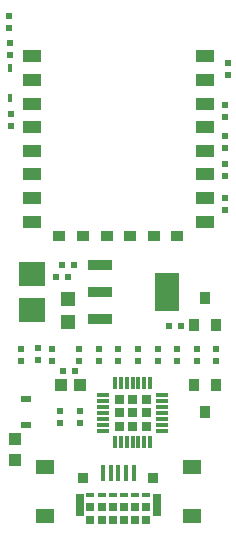
<source format=gtp>
G04 Layer_Color=8421504*
%FSAX25Y25*%
%MOIN*%
G70*
G01*
G75*
%ADD10R,0.02000X0.02000*%
%ADD11R,0.01181X0.03937*%
%ADD12R,0.03937X0.01181*%
%ADD13R,0.03937X0.01181*%
%ADD14R,0.01181X0.03937*%
%ADD16R,0.02000X0.02000*%
%ADD17R,0.03740X0.03937*%
%ADD18R,0.01500X0.05400*%
%ADD19R,0.06299X0.03937*%
%ADD20R,0.03937X0.03543*%
%ADD21R,0.05906X0.04500*%
%ADD22R,0.03937X0.03937*%
%ADD23R,0.08661X0.07874*%
%ADD24R,0.05000X0.05000*%
%ADD25R,0.03268X0.02480*%
%ADD26R,0.01772X0.02756*%
%ADD27R,0.08268X0.03543*%
%ADD28R,0.08268X0.12598*%
%ADD59R,0.02900X0.07500*%
%ADD60R,0.02500X0.02900*%
%ADD61R,0.02500X0.01600*%
%ADD62R,0.03700X0.03500*%
G36*
X0318696Y0239433D02*
X0315696D01*
Y0242433D01*
X0318696D01*
Y0239433D01*
D02*
G37*
G36*
X0309696Y0243933D02*
X0306696D01*
Y0246933D01*
X0309696D01*
Y0243933D01*
D02*
G37*
G36*
Y0239433D02*
X0306696D01*
Y0242433D01*
X0309696D01*
Y0239433D01*
D02*
G37*
G36*
X0314196D02*
X0311196D01*
Y0242433D01*
X0314196D01*
Y0239433D01*
D02*
G37*
G36*
Y0243933D02*
X0311196D01*
Y0246933D01*
X0314196D01*
Y0243933D01*
D02*
G37*
G36*
Y0248433D02*
X0311196D01*
Y0251433D01*
X0314196D01*
Y0248433D01*
D02*
G37*
G36*
X0318696D02*
X0315696D01*
Y0251433D01*
X0318696D01*
Y0248433D01*
D02*
G37*
G36*
Y0243933D02*
X0315696D01*
Y0246933D01*
X0318696D01*
Y0243933D01*
D02*
G37*
G36*
X0309696Y0248433D02*
X0306696D01*
Y0251433D01*
X0309696D01*
Y0248433D01*
D02*
G37*
D10*
X0289296Y0294788D02*
D03*
X0293296D02*
D03*
X0328720Y0274426D02*
D03*
X0324721D02*
D03*
X0289672Y0259339D02*
D03*
X0293672D02*
D03*
X0287272Y0290739D02*
D03*
X0291272D02*
D03*
D11*
X0316633Y0255274D02*
D03*
Y0235589D02*
D03*
X0314665D02*
D03*
X0312696D02*
D03*
X0310728D02*
D03*
X0308759D02*
D03*
X0306791D02*
D03*
Y0255274D02*
D03*
X0308759D02*
D03*
X0310728D02*
D03*
X0312696D02*
D03*
X0314665D02*
D03*
X0318602D02*
D03*
D12*
X0302854Y0243463D02*
D03*
X0322539Y0251337D02*
D03*
Y0249369D02*
D03*
Y0247400D02*
D03*
Y0245432D02*
D03*
Y0243463D02*
D03*
Y0241495D02*
D03*
X0302854Y0239526D02*
D03*
Y0241495D02*
D03*
Y0245432D02*
D03*
Y0247400D02*
D03*
Y0249369D02*
D03*
Y0251337D02*
D03*
D13*
X0322538Y0239528D02*
D03*
D14*
X0318601Y0235591D02*
D03*
D16*
X0281196Y0266933D02*
D03*
Y0262933D02*
D03*
X0271396Y0373833D02*
D03*
Y0377833D02*
D03*
X0294959Y0266857D02*
D03*
Y0262857D02*
D03*
X0327552Y0266857D02*
D03*
Y0262857D02*
D03*
X0340589D02*
D03*
Y0266857D02*
D03*
X0321033Y0262857D02*
D03*
Y0266857D02*
D03*
X0272296Y0340933D02*
D03*
Y0344933D02*
D03*
X0314515Y0262895D02*
D03*
Y0266895D02*
D03*
X0271796Y0364633D02*
D03*
Y0368633D02*
D03*
X0334071Y0262857D02*
D03*
Y0266857D02*
D03*
X0343596Y0312933D02*
D03*
Y0316933D02*
D03*
Y0324283D02*
D03*
Y0328283D02*
D03*
Y0337633D02*
D03*
Y0333633D02*
D03*
X0285696Y0266833D02*
D03*
Y0262833D02*
D03*
X0275403Y0266857D02*
D03*
Y0262857D02*
D03*
X0301477D02*
D03*
Y0266857D02*
D03*
X0288616Y0245933D02*
D03*
Y0241933D02*
D03*
X0295076Y0245933D02*
D03*
Y0241933D02*
D03*
X0307996Y0262895D02*
D03*
Y0266895D02*
D03*
X0344489Y0358008D02*
D03*
Y0362008D02*
D03*
X0343589Y0343908D02*
D03*
Y0347908D02*
D03*
D17*
X0333109Y0274721D02*
D03*
X0340589Y0274721D02*
D03*
X0336849Y0283579D02*
D03*
Y0245817D02*
D03*
X0333109Y0254675D02*
D03*
X0340589Y0254675D02*
D03*
D18*
X0302896Y0225333D02*
D03*
X0310546D02*
D03*
X0313096D02*
D03*
X0307996D02*
D03*
X0305446D02*
D03*
D19*
X0336736Y0309157D02*
D03*
Y0317031D02*
D03*
Y0324905D02*
D03*
Y0332779D02*
D03*
Y0340653D02*
D03*
Y0348527D02*
D03*
Y0356401D02*
D03*
Y0364275D02*
D03*
X0279256D02*
D03*
Y0356401D02*
D03*
Y0348527D02*
D03*
Y0340653D02*
D03*
Y0332779D02*
D03*
Y0324905D02*
D03*
Y0317031D02*
D03*
Y0309157D02*
D03*
D20*
X0288311Y0304433D02*
D03*
X0296185D02*
D03*
X0304059D02*
D03*
X0311933D02*
D03*
X0319807D02*
D03*
X0327681D02*
D03*
D21*
X0332496Y0211163D02*
D03*
Y0227502D02*
D03*
X0283496Y0211163D02*
D03*
Y0227502D02*
D03*
D22*
X0288747Y0254633D02*
D03*
X0295046D02*
D03*
X0273496Y0229789D02*
D03*
Y0236876D02*
D03*
D23*
X0279096Y0279827D02*
D03*
Y0291638D02*
D03*
D24*
X0291296Y0275852D02*
D03*
Y0283252D02*
D03*
D25*
X0277296Y0241443D02*
D03*
Y0250222D02*
D03*
D26*
X0271796Y0350411D02*
D03*
Y0360254D02*
D03*
D27*
X0301876Y0294788D02*
D03*
Y0285733D02*
D03*
Y0276677D02*
D03*
D28*
X0324317Y0285733D02*
D03*
D59*
X0320746Y0214883D02*
D03*
X0295246D02*
D03*
D60*
X0313606Y0209783D02*
D03*
X0309866D02*
D03*
X0306126D02*
D03*
X0302386D02*
D03*
X0298646D02*
D03*
X0317346D02*
D03*
X0313606Y0214233D02*
D03*
X0309866D02*
D03*
X0306126D02*
D03*
X0302386D02*
D03*
X0298646D02*
D03*
X0317346D02*
D03*
D61*
X0313606Y0218033D02*
D03*
X0309866D02*
D03*
X0317346D02*
D03*
X0298646D02*
D03*
X0302386D02*
D03*
X0306126D02*
D03*
D62*
X0296346Y0223783D02*
D03*
X0319646D02*
D03*
M02*

</source>
